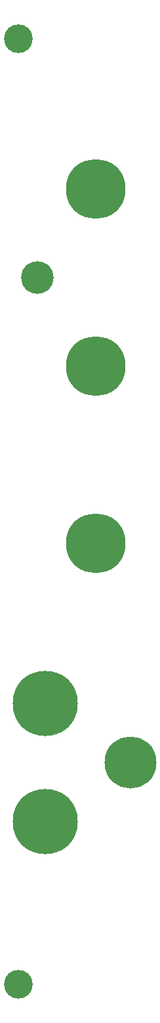
<source format=gbr>
G04 EAGLE Gerber RS-274X export*
G75*
%MOMM*%
%FSLAX34Y34*%
%LPD*%
%INSoldermask Top*%
%IPPOS*%
%AMOC8*
5,1,8,0,0,1.08239X$1,22.5*%
G01*
%ADD10C,7.703200*%
%ADD11C,8.403200*%
%ADD12C,6.703200*%
%ADD13C,4.203200*%
%ADD14C,3.703200*%


D10*
X175000Y827200D03*
D11*
X110000Y392400D03*
X110000Y240000D03*
D10*
X175000Y598600D03*
X175000Y1055800D03*
D12*
X220000Y316200D03*
D13*
X100000Y941500D03*
D14*
X75000Y1250000D03*
X75000Y30000D03*
M02*

</source>
